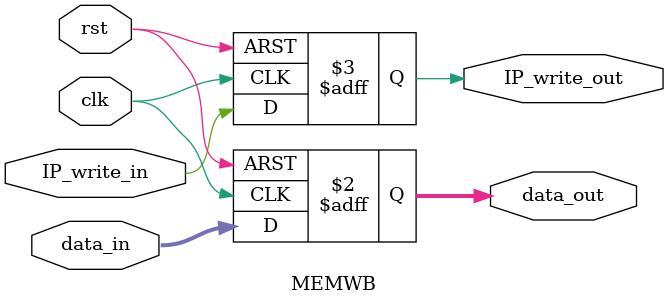
<source format=v>

`timescale 1ns/10ps
module MEMWB(//output
			 data_out,
			 IP_write_out,
			
		     //input
			 data_in,
			 IP_write_in,
			 clk,
			 rst
			);

input [31:0] data_in;
input IP_write_in;
input clk;
input rst;


output reg  [31:0] 	data_out;
output reg	IP_write_out;



always @ (posedge clk or posedge rst)
begin
	if (rst) begin
		data_out = 32'd0;
		IP_write_out = 0;		
		end
		else begin
		data_out = data_in;
		IP_write_out = IP_write_in;
		end
	end


endmodule

</source>
